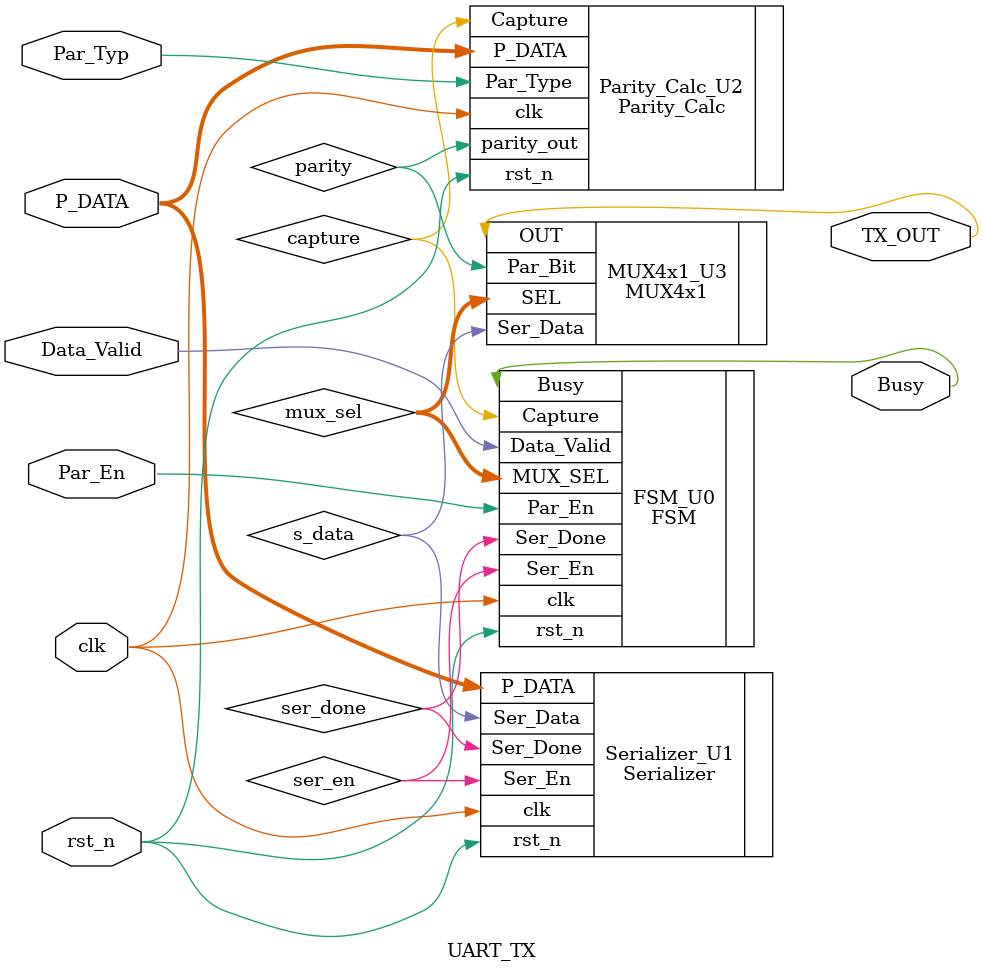
<source format=v>
module UART_TX(
    input wire        clk,
    input wire        rst_n,
    input wire [7:0]  P_DATA,
    input wire        Data_Valid,
    input wire        Par_En,
    input wire        Par_Typ, // 0: Even, 1: Odd
    output wire       TX_OUT,
    output wire       Busy
);

    wire [1:0] mux_sel;
    wire       ser_en, ser_done, capture, s_data, parity;

    FSM FSM_U0 (
        .clk(clk),
        .rst_n(rst_n),
        .Data_Valid(Data_Valid),
        .Ser_Done(ser_done),
        .Par_En(Par_En),
        .MUX_SEL(mux_sel),
        .Ser_En(ser_en),
        .Busy(Busy),
        .Capture(capture)
    );

    Serializer Serializer_U1 (
        .clk(clk),
        .rst_n(rst_n),
        .P_DATA(P_DATA),
        .Ser_En(ser_en),
        .Ser_Data(s_data),
        .Ser_Done(ser_done)
    );

    Parity_Calc Parity_Calc_U2 (
        .clk(clk),
        .rst_n(rst_n),
        .P_DATA(P_DATA),
        .Capture(capture),
        .Par_Type(Par_Typ),
        .parity_out(parity)
    );

    MUX4x1 MUX4x1_U3 (
        .Ser_Data(s_data),
        .Par_Bit(parity),
        .SEL(mux_sel),
        .OUT(TX_OUT)
    );

endmodule
</source>
